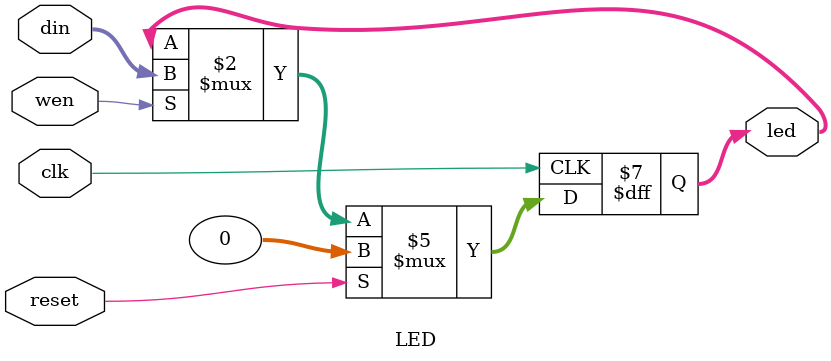
<source format=v>
`timescale  1ns / 1ps

module LED (
         clk,
         reset,
         wen,
         din,
         led
       );
input clk, reset, wen;
input [31: 0] din;
output reg [31: 0] led;

always @(posedge clk)
  begin
    if (reset)
      begin
        led <= 32'h00000000;
      end
    else
      begin
        if (wen)
          begin
            led <= din;
          end
      end
  end
endmodule

</source>
